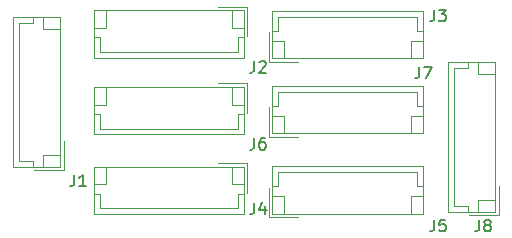
<source format=gbr>
G04 #@! TF.GenerationSoftware,KiCad,Pcbnew,(5.1.4)-1*
G04 #@! TF.CreationDate,2020-03-11T00:25:43-04:00*
G04 #@! TF.ProjectId,CAN_hub,43414e5f-6875-4622-9e6b-696361645f70,rev?*
G04 #@! TF.SameCoordinates,Original*
G04 #@! TF.FileFunction,Legend,Top*
G04 #@! TF.FilePolarity,Positive*
%FSLAX46Y46*%
G04 Gerber Fmt 4.6, Leading zero omitted, Abs format (unit mm)*
G04 Created by KiCad (PCBNEW (5.1.4)-1) date 2020-03-11 00:25:43*
%MOMM*%
%LPD*%
G04 APERTURE LIST*
%ADD10C,0.120000*%
%ADD11C,0.150000*%
G04 APERTURE END LIST*
D10*
X41010000Y-34040000D02*
X38510000Y-34040000D01*
X41010000Y-36540000D02*
X41010000Y-34040000D01*
X28990000Y-35840000D02*
X28990000Y-34340000D01*
X27990000Y-35840000D02*
X28990000Y-35840000D01*
X39710000Y-35840000D02*
X39710000Y-34340000D01*
X40710000Y-35840000D02*
X39710000Y-35840000D01*
X28490000Y-36650000D02*
X27990000Y-36650000D01*
X28490000Y-37860000D02*
X28490000Y-36650000D01*
X40210000Y-37860000D02*
X28490000Y-37860000D01*
X40210000Y-36650000D02*
X40210000Y-37860000D01*
X40710000Y-36650000D02*
X40210000Y-36650000D01*
X27990000Y-38360000D02*
X40710000Y-38360000D01*
X27990000Y-34340000D02*
X27990000Y-38360000D01*
X40710000Y-34340000D02*
X27990000Y-34340000D01*
X40710000Y-38360000D02*
X40710000Y-34340000D01*
X25470000Y-34660000D02*
X25470000Y-32160000D01*
X22970000Y-34660000D02*
X25470000Y-34660000D01*
X23670000Y-22640000D02*
X25170000Y-22640000D01*
X23670000Y-21640000D02*
X23670000Y-22640000D01*
X23670000Y-33360000D02*
X25170000Y-33360000D01*
X23670000Y-34360000D02*
X23670000Y-33360000D01*
X22860000Y-22140000D02*
X22860000Y-21640000D01*
X21650000Y-22140000D02*
X22860000Y-22140000D01*
X21650000Y-33860000D02*
X21650000Y-22140000D01*
X22860000Y-33860000D02*
X21650000Y-33860000D01*
X22860000Y-34360000D02*
X22860000Y-33860000D01*
X21150000Y-21640000D02*
X21150000Y-34360000D01*
X25170000Y-21640000D02*
X21150000Y-21640000D01*
X25170000Y-34360000D02*
X25170000Y-21640000D01*
X21150000Y-34360000D02*
X25170000Y-34360000D01*
X42810000Y-25470000D02*
X45310000Y-25470000D01*
X42810000Y-22970000D02*
X42810000Y-25470000D01*
X54830000Y-23670000D02*
X54830000Y-25170000D01*
X55830000Y-23670000D02*
X54830000Y-23670000D01*
X44110000Y-23670000D02*
X44110000Y-25170000D01*
X43110000Y-23670000D02*
X44110000Y-23670000D01*
X55330000Y-22860000D02*
X55830000Y-22860000D01*
X55330000Y-21650000D02*
X55330000Y-22860000D01*
X43610000Y-21650000D02*
X55330000Y-21650000D01*
X43610000Y-22860000D02*
X43610000Y-21650000D01*
X43110000Y-22860000D02*
X43610000Y-22860000D01*
X55830000Y-21150000D02*
X43110000Y-21150000D01*
X55830000Y-25170000D02*
X55830000Y-21150000D01*
X43110000Y-25170000D02*
X55830000Y-25170000D01*
X43110000Y-21150000D02*
X43110000Y-25170000D01*
X62300000Y-38470000D02*
X62300000Y-35970000D01*
X59800000Y-38470000D02*
X62300000Y-38470000D01*
X60500000Y-26450000D02*
X62000000Y-26450000D01*
X60500000Y-25450000D02*
X60500000Y-26450000D01*
X60500000Y-37170000D02*
X62000000Y-37170000D01*
X60500000Y-38170000D02*
X60500000Y-37170000D01*
X59690000Y-25950000D02*
X59690000Y-25450000D01*
X58480000Y-25950000D02*
X59690000Y-25950000D01*
X58480000Y-37670000D02*
X58480000Y-25950000D01*
X59690000Y-37670000D02*
X58480000Y-37670000D01*
X59690000Y-38170000D02*
X59690000Y-37670000D01*
X57980000Y-25450000D02*
X57980000Y-38170000D01*
X62000000Y-25450000D02*
X57980000Y-25450000D01*
X62000000Y-38170000D02*
X62000000Y-25450000D01*
X57980000Y-38170000D02*
X62000000Y-38170000D01*
X42810000Y-31820000D02*
X45310000Y-31820000D01*
X42810000Y-29320000D02*
X42810000Y-31820000D01*
X54830000Y-30020000D02*
X54830000Y-31520000D01*
X55830000Y-30020000D02*
X54830000Y-30020000D01*
X44110000Y-30020000D02*
X44110000Y-31520000D01*
X43110000Y-30020000D02*
X44110000Y-30020000D01*
X55330000Y-29210000D02*
X55830000Y-29210000D01*
X55330000Y-28000000D02*
X55330000Y-29210000D01*
X43610000Y-28000000D02*
X55330000Y-28000000D01*
X43610000Y-29210000D02*
X43610000Y-28000000D01*
X43110000Y-29210000D02*
X43610000Y-29210000D01*
X55830000Y-27500000D02*
X43110000Y-27500000D01*
X55830000Y-31520000D02*
X55830000Y-27500000D01*
X43110000Y-31520000D02*
X55830000Y-31520000D01*
X43110000Y-27500000D02*
X43110000Y-31520000D01*
X41010000Y-27290000D02*
X38510000Y-27290000D01*
X41010000Y-29790000D02*
X41010000Y-27290000D01*
X28990000Y-29090000D02*
X28990000Y-27590000D01*
X27990000Y-29090000D02*
X28990000Y-29090000D01*
X39710000Y-29090000D02*
X39710000Y-27590000D01*
X40710000Y-29090000D02*
X39710000Y-29090000D01*
X28490000Y-29900000D02*
X27990000Y-29900000D01*
X28490000Y-31110000D02*
X28490000Y-29900000D01*
X40210000Y-31110000D02*
X28490000Y-31110000D01*
X40210000Y-29900000D02*
X40210000Y-31110000D01*
X40710000Y-29900000D02*
X40210000Y-29900000D01*
X27990000Y-31610000D02*
X40710000Y-31610000D01*
X27990000Y-27590000D02*
X27990000Y-31610000D01*
X40710000Y-27590000D02*
X27990000Y-27590000D01*
X40710000Y-31610000D02*
X40710000Y-27590000D01*
X42810000Y-38610000D02*
X45310000Y-38610000D01*
X42810000Y-36110000D02*
X42810000Y-38610000D01*
X54830000Y-36810000D02*
X54830000Y-38310000D01*
X55830000Y-36810000D02*
X54830000Y-36810000D01*
X44110000Y-36810000D02*
X44110000Y-38310000D01*
X43110000Y-36810000D02*
X44110000Y-36810000D01*
X55330000Y-36000000D02*
X55830000Y-36000000D01*
X55330000Y-34790000D02*
X55330000Y-36000000D01*
X43610000Y-34790000D02*
X55330000Y-34790000D01*
X43610000Y-36000000D02*
X43610000Y-34790000D01*
X43110000Y-36000000D02*
X43610000Y-36000000D01*
X55830000Y-34290000D02*
X43110000Y-34290000D01*
X55830000Y-38310000D02*
X55830000Y-34290000D01*
X43110000Y-38310000D02*
X55830000Y-38310000D01*
X43110000Y-34290000D02*
X43110000Y-38310000D01*
X41010000Y-20790000D02*
X38510000Y-20790000D01*
X41010000Y-23290000D02*
X41010000Y-20790000D01*
X28990000Y-22590000D02*
X28990000Y-21090000D01*
X27990000Y-22590000D02*
X28990000Y-22590000D01*
X39710000Y-22590000D02*
X39710000Y-21090000D01*
X40710000Y-22590000D02*
X39710000Y-22590000D01*
X28490000Y-23400000D02*
X27990000Y-23400000D01*
X28490000Y-24610000D02*
X28490000Y-23400000D01*
X40210000Y-24610000D02*
X28490000Y-24610000D01*
X40210000Y-23400000D02*
X40210000Y-24610000D01*
X40710000Y-23400000D02*
X40210000Y-23400000D01*
X27990000Y-25110000D02*
X40710000Y-25110000D01*
X27990000Y-21090000D02*
X27990000Y-25110000D01*
X40710000Y-21090000D02*
X27990000Y-21090000D01*
X40710000Y-25110000D02*
X40710000Y-21090000D01*
D11*
X41576666Y-37372380D02*
X41576666Y-38086666D01*
X41529047Y-38229523D01*
X41433809Y-38324761D01*
X41290952Y-38372380D01*
X41195714Y-38372380D01*
X42481428Y-37705714D02*
X42481428Y-38372380D01*
X42243333Y-37324761D02*
X42005238Y-38039047D01*
X42624285Y-38039047D01*
X26336666Y-35012380D02*
X26336666Y-35726666D01*
X26289047Y-35869523D01*
X26193809Y-35964761D01*
X26050952Y-36012380D01*
X25955714Y-36012380D01*
X27336666Y-36012380D02*
X26765238Y-36012380D01*
X27050952Y-36012380D02*
X27050952Y-35012380D01*
X26955714Y-35155238D01*
X26860476Y-35250476D01*
X26765238Y-35298095D01*
X56816666Y-21042380D02*
X56816666Y-21756666D01*
X56769047Y-21899523D01*
X56673809Y-21994761D01*
X56530952Y-22042380D01*
X56435714Y-22042380D01*
X57197619Y-21042380D02*
X57816666Y-21042380D01*
X57483333Y-21423333D01*
X57626190Y-21423333D01*
X57721428Y-21470952D01*
X57769047Y-21518571D01*
X57816666Y-21613809D01*
X57816666Y-21851904D01*
X57769047Y-21947142D01*
X57721428Y-21994761D01*
X57626190Y-22042380D01*
X57340476Y-22042380D01*
X57245238Y-21994761D01*
X57197619Y-21947142D01*
X60626666Y-38822380D02*
X60626666Y-39536666D01*
X60579047Y-39679523D01*
X60483809Y-39774761D01*
X60340952Y-39822380D01*
X60245714Y-39822380D01*
X61245714Y-39250952D02*
X61150476Y-39203333D01*
X61102857Y-39155714D01*
X61055238Y-39060476D01*
X61055238Y-39012857D01*
X61102857Y-38917619D01*
X61150476Y-38870000D01*
X61245714Y-38822380D01*
X61436190Y-38822380D01*
X61531428Y-38870000D01*
X61579047Y-38917619D01*
X61626666Y-39012857D01*
X61626666Y-39060476D01*
X61579047Y-39155714D01*
X61531428Y-39203333D01*
X61436190Y-39250952D01*
X61245714Y-39250952D01*
X61150476Y-39298571D01*
X61102857Y-39346190D01*
X61055238Y-39441428D01*
X61055238Y-39631904D01*
X61102857Y-39727142D01*
X61150476Y-39774761D01*
X61245714Y-39822380D01*
X61436190Y-39822380D01*
X61531428Y-39774761D01*
X61579047Y-39727142D01*
X61626666Y-39631904D01*
X61626666Y-39441428D01*
X61579047Y-39346190D01*
X61531428Y-39298571D01*
X61436190Y-39250952D01*
X55546666Y-25862380D02*
X55546666Y-26576666D01*
X55499047Y-26719523D01*
X55403809Y-26814761D01*
X55260952Y-26862380D01*
X55165714Y-26862380D01*
X55927619Y-25862380D02*
X56594285Y-25862380D01*
X56165714Y-26862380D01*
X41576666Y-31892380D02*
X41576666Y-32606666D01*
X41529047Y-32749523D01*
X41433809Y-32844761D01*
X41290952Y-32892380D01*
X41195714Y-32892380D01*
X42481428Y-31892380D02*
X42290952Y-31892380D01*
X42195714Y-31940000D01*
X42148095Y-31987619D01*
X42052857Y-32130476D01*
X42005238Y-32320952D01*
X42005238Y-32701904D01*
X42052857Y-32797142D01*
X42100476Y-32844761D01*
X42195714Y-32892380D01*
X42386190Y-32892380D01*
X42481428Y-32844761D01*
X42529047Y-32797142D01*
X42576666Y-32701904D01*
X42576666Y-32463809D01*
X42529047Y-32368571D01*
X42481428Y-32320952D01*
X42386190Y-32273333D01*
X42195714Y-32273333D01*
X42100476Y-32320952D01*
X42052857Y-32368571D01*
X42005238Y-32463809D01*
X56816666Y-38822380D02*
X56816666Y-39536666D01*
X56769047Y-39679523D01*
X56673809Y-39774761D01*
X56530952Y-39822380D01*
X56435714Y-39822380D01*
X57769047Y-38822380D02*
X57292857Y-38822380D01*
X57245238Y-39298571D01*
X57292857Y-39250952D01*
X57388095Y-39203333D01*
X57626190Y-39203333D01*
X57721428Y-39250952D01*
X57769047Y-39298571D01*
X57816666Y-39393809D01*
X57816666Y-39631904D01*
X57769047Y-39727142D01*
X57721428Y-39774761D01*
X57626190Y-39822380D01*
X57388095Y-39822380D01*
X57292857Y-39774761D01*
X57245238Y-39727142D01*
X41576666Y-25392380D02*
X41576666Y-26106666D01*
X41529047Y-26249523D01*
X41433809Y-26344761D01*
X41290952Y-26392380D01*
X41195714Y-26392380D01*
X42005238Y-25487619D02*
X42052857Y-25440000D01*
X42148095Y-25392380D01*
X42386190Y-25392380D01*
X42481428Y-25440000D01*
X42529047Y-25487619D01*
X42576666Y-25582857D01*
X42576666Y-25678095D01*
X42529047Y-25820952D01*
X41957619Y-26392380D01*
X42576666Y-26392380D01*
M02*

</source>
